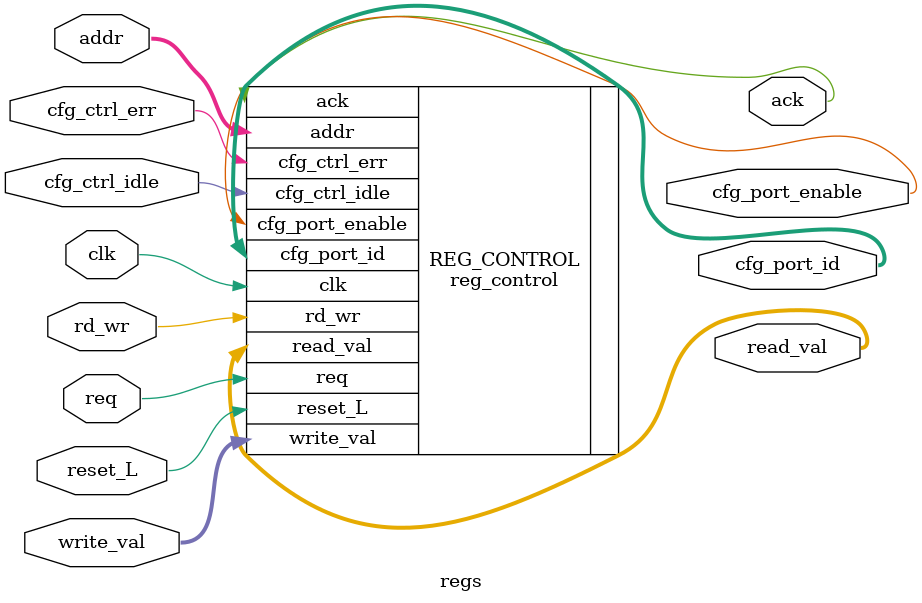
<source format=v>
`timescale 1ns / 1ps


//import common::*;
`include "field.v"
`include "reg_control.v"

module regs #(
    parameter ADDR_SIZE_P = 4
)(
    input clk,
    input reset_L,

    input [ADDR_SIZE_P-1:0] addr,
    input                   rd_wr,
    input                   req,

    input       cfg_ctrl_err,
    input       cfg_ctrl_idle,
    output reg  cfg_port_enable,
    output reg  [3:0] cfg_port_id,

    input      [31:0]       write_val,
    output reg [31:0]       read_val,
    output reg              ack

);


    reg_control # (
        .ADDR_SIZE_P(ADDR_SIZE_P),
        .RESET_PORT_ID(0),
        .REG_ADDR(0)
    ) REG_CONTROL(
        .clk(clk),
        .reset_L(reset_L),

        .cfg_port_enable(cfg_port_enable),
        .cfg_ctrl_err(cfg_ctrl_err),
        .cfg_ctrl_idle(cfg_ctrl_idle),
        .cfg_port_id(cfg_port_id),

        .addr(addr),
        .req(req),
        .rd_wr(rd_wr),
        .write_val(write_val),
        .read_val(read_val),
        .ack(ack)

    );



endmodule

</source>
